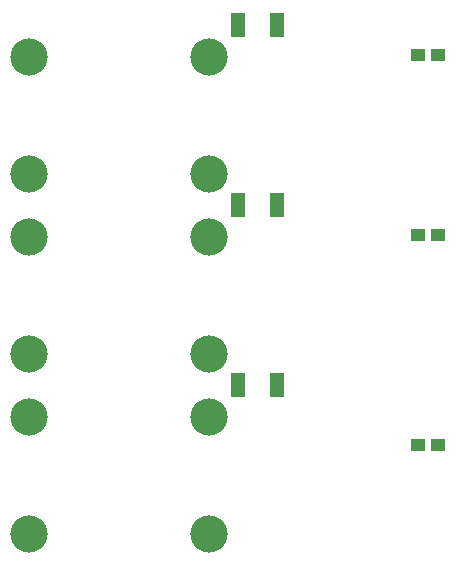
<source format=gtp>
G04 MADE WITH FRITZING*
G04 WWW.FRITZING.ORG*
G04 DOUBLE SIDED*
G04 HOLES PLATED*
G04 CONTOUR ON CENTER OF CONTOUR VECTOR*
%ASAXBY*%
%FSLAX23Y23*%
%MOIN*%
%OFA0B0*%
%SFA1.0B1.0*%
%ADD10C,0.124033*%
%ADD11R,0.049208X0.078736*%
%ADD12R,0.049222X0.078736*%
%ADD13R,0.047244X0.043307*%
%LNPASTEMASK1*%
G90*
G70*
G54D10*
X2706Y266D03*
X2706Y655D03*
X2106Y266D03*
X2106Y655D03*
X2706Y866D03*
X2706Y1255D03*
X2106Y866D03*
X2106Y1255D03*
X2106Y1466D03*
X2106Y1855D03*
X2706Y1466D03*
X2706Y1855D03*
G54D11*
X2802Y1961D03*
G54D12*
X2930Y1961D03*
G54D11*
X2802Y761D03*
G54D12*
X2930Y761D03*
G54D11*
X2802Y1361D03*
G54D12*
X2930Y1361D03*
G54D13*
X3402Y1861D03*
X3469Y1861D03*
X3402Y561D03*
X3469Y561D03*
X3402Y1261D03*
X3469Y1261D03*
G04 End of PasteMask1*
M02*
</source>
